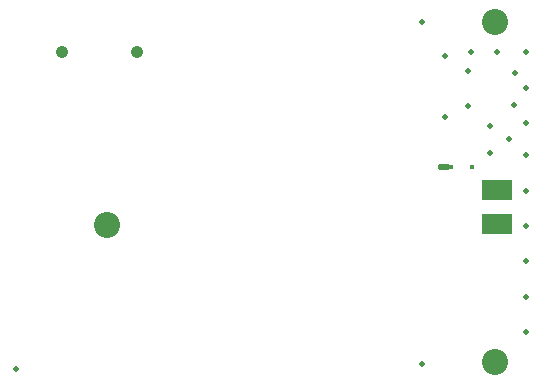
<source format=gbs>
G04*
G04 #@! TF.GenerationSoftware,Altium Limited,Altium Designer,23.6.0 (18)*
G04*
G04 Layer_Color=16711935*
%FSLAX43Y43*%
%MOMM*%
G71*
G04*
G04 #@! TF.SameCoordinates,17FE0B56-B4FD-4FE6-8C66-39BC20258D9D*
G04*
G04*
G04 #@! TF.FilePolarity,Negative*
G04*
G01*
G75*
%ADD54C,1.070*%
%ADD55C,0.500*%
%ADD56C,2.203*%
%ADD57C,0.508*%
%ADD58C,0.450*%
G04:AMPARAMS|DCode=87|XSize=1mm|YSize=0.46mm|CornerRadius=0.115mm|HoleSize=0mm|Usage=FLASHONLY|Rotation=0.000|XOffset=0mm|YOffset=0mm|HoleType=Round|Shape=RoundedRectangle|*
%AMROUNDEDRECTD87*
21,1,1.000,0.230,0,0,0.0*
21,1,0.770,0.460,0,0,0.0*
1,1,0.230,0.385,-0.115*
1,1,0.230,-0.385,-0.115*
1,1,0.230,-0.385,0.115*
1,1,0.230,0.385,0.115*
%
%ADD87ROUNDEDRECTD87*%
%ADD111R,2.603X1.803*%
D54*
X11557Y27813D02*
D03*
X5207D02*
D03*
D55*
X1278Y1018D02*
D03*
X35655Y1423D02*
D03*
Y30350D02*
D03*
D56*
X41850Y30400D02*
D03*
Y1600D02*
D03*
X9000Y13200D02*
D03*
D57*
X44476Y4102D02*
D03*
Y10101D02*
D03*
Y13101D02*
D03*
Y16101D02*
D03*
Y7102D02*
D03*
Y27792D02*
D03*
Y21792D02*
D03*
Y24792D02*
D03*
Y19101D02*
D03*
X37600Y27501D02*
D03*
Y22299D02*
D03*
X43573Y26056D02*
D03*
X42993Y20485D02*
D03*
X41452Y19279D02*
D03*
X41406Y21600D02*
D03*
X39587Y23240D02*
D03*
X39580Y26240D02*
D03*
X39773Y27792D02*
D03*
X42042D02*
D03*
X43482Y23340D02*
D03*
D58*
X38158Y18108D02*
D03*
X39869D02*
D03*
D87*
X37523Y18118D02*
D03*
D111*
X42050Y16125D02*
D03*
Y13275D02*
D03*
M02*

</source>
